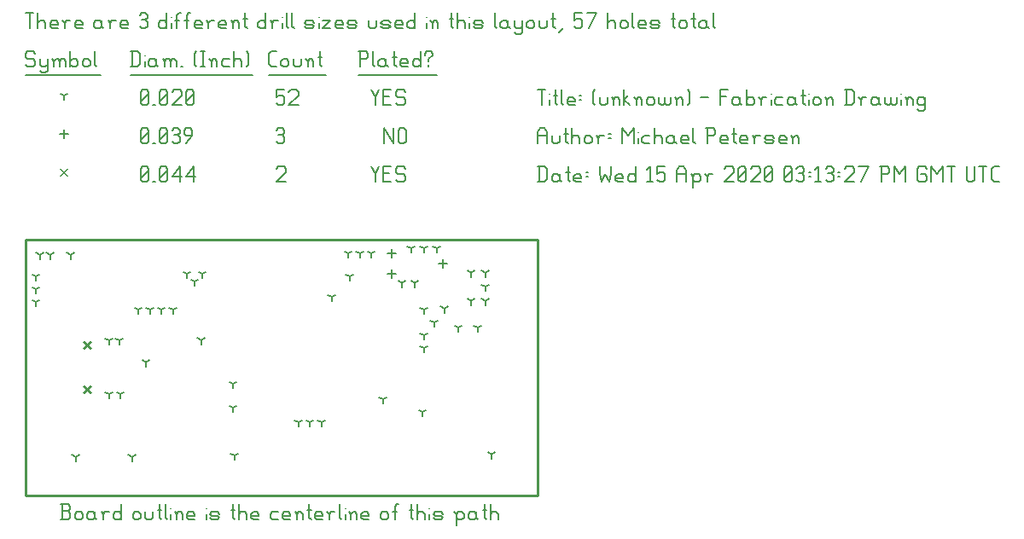
<source format=gbr>
G04 start of page 13 for group -3984 idx -3984 *
G04 Title: (unknown), fab *
G04 Creator: pcb 20140316 *
G04 CreationDate: Wed 15 Apr 2020 03:13:27 PM GMT UTC *
G04 For: railfan *
G04 Format: Gerber/RS-274X *
G04 PCB-Dimensions (mil): 2000.00 1000.00 *
G04 PCB-Coordinate-Origin: lower left *
%MOIN*%
%FSLAX25Y25*%
%LNFAB*%
%ADD83C,0.0100*%
%ADD82C,0.0075*%
%ADD81C,0.0060*%
%ADD80C,0.0001*%
G54D80*G36*
X22922Y60427D02*X25888Y57461D01*
X25322Y56896D01*
X22356Y59861D01*
X22922Y60427D01*
G37*
G36*
X22356Y57461D02*X25322Y60427D01*
X25888Y59861D01*
X22922Y56896D01*
X22356Y57461D01*
G37*
G36*
X22922Y43104D02*X25888Y40139D01*
X25322Y39573D01*
X22356Y42539D01*
X22922Y43104D01*
G37*
G36*
X22356Y40139D02*X25322Y43104D01*
X25888Y42539D01*
X22922Y39573D01*
X22356Y40139D01*
G37*
G36*
X13800Y128016D02*X16766Y125050D01*
X16200Y124484D01*
X13234Y127450D01*
X13800Y128016D01*
G37*
G36*
X13234Y125050D02*X16200Y128016D01*
X16766Y127450D01*
X13800Y124484D01*
X13234Y125050D01*
G37*
G54D81*X135000Y128500D02*X136500Y125500D01*
X138000Y128500D01*
X136500Y125500D02*Y122500D01*
X139800Y125800D02*X142050D01*
X139800Y122500D02*X142800D01*
X139800Y128500D02*Y122500D01*
Y128500D02*X142800D01*
X147600D02*X148350Y127750D01*
X145350Y128500D02*X147600D01*
X144600Y127750D02*X145350Y128500D01*
X144600Y127750D02*Y126250D01*
X145350Y125500D01*
X147600D01*
X148350Y124750D01*
Y123250D01*
X147600Y122500D02*X148350Y123250D01*
X145350Y122500D02*X147600D01*
X144600Y123250D02*X145350Y122500D01*
X98000Y127750D02*X98750Y128500D01*
X101000D01*
X101750Y127750D01*
Y126250D01*
X98000Y122500D02*X101750Y126250D01*
X98000Y122500D02*X101750D01*
X45000Y123250D02*X45750Y122500D01*
X45000Y127750D02*Y123250D01*
Y127750D02*X45750Y128500D01*
X47250D01*
X48000Y127750D01*
Y123250D01*
X47250Y122500D02*X48000Y123250D01*
X45750Y122500D02*X47250D01*
X45000Y124000D02*X48000Y127000D01*
X49800Y122500D02*X50550D01*
X52350Y123250D02*X53100Y122500D01*
X52350Y127750D02*Y123250D01*
Y127750D02*X53100Y128500D01*
X54600D01*
X55350Y127750D01*
Y123250D01*
X54600Y122500D02*X55350Y123250D01*
X53100Y122500D02*X54600D01*
X52350Y124000D02*X55350Y127000D01*
X57150Y124750D02*X60150Y128500D01*
X57150Y124750D02*X60900D01*
X60150Y128500D02*Y122500D01*
X62700Y124750D02*X65700Y128500D01*
X62700Y124750D02*X66450D01*
X65700Y128500D02*Y122500D01*
X163000Y92100D02*Y88900D01*
X161400Y90500D02*X164600D01*
X143000Y88100D02*Y84900D01*
X141400Y86500D02*X144600D01*
X143000Y96100D02*Y92900D01*
X141400Y94500D02*X144600D01*
X15000Y142850D02*Y139650D01*
X13400Y141250D02*X16600D01*
X140000Y143500D02*Y137500D01*
Y143500D02*X143750Y137500D01*
Y143500D02*Y137500D01*
X145550Y142750D02*Y138250D01*
Y142750D02*X146300Y143500D01*
X147800D01*
X148550Y142750D01*
Y138250D01*
X147800Y137500D02*X148550Y138250D01*
X146300Y137500D02*X147800D01*
X145550Y138250D02*X146300Y137500D01*
X98000Y142750D02*X98750Y143500D01*
X100250D01*
X101000Y142750D01*
X100250Y137500D02*X101000Y138250D01*
X98750Y137500D02*X100250D01*
X98000Y138250D02*X98750Y137500D01*
Y140800D02*X100250D01*
X101000Y142750D02*Y141550D01*
Y140050D02*Y138250D01*
Y140050D02*X100250Y140800D01*
X101000Y141550D02*X100250Y140800D01*
X45000Y138250D02*X45750Y137500D01*
X45000Y142750D02*Y138250D01*
Y142750D02*X45750Y143500D01*
X47250D01*
X48000Y142750D01*
Y138250D01*
X47250Y137500D02*X48000Y138250D01*
X45750Y137500D02*X47250D01*
X45000Y139000D02*X48000Y142000D01*
X49800Y137500D02*X50550D01*
X52350Y138250D02*X53100Y137500D01*
X52350Y142750D02*Y138250D01*
Y142750D02*X53100Y143500D01*
X54600D01*
X55350Y142750D01*
Y138250D01*
X54600Y137500D02*X55350Y138250D01*
X53100Y137500D02*X54600D01*
X52350Y139000D02*X55350Y142000D01*
X57150Y142750D02*X57900Y143500D01*
X59400D01*
X60150Y142750D01*
X59400Y137500D02*X60150Y138250D01*
X57900Y137500D02*X59400D01*
X57150Y138250D02*X57900Y137500D01*
Y140800D02*X59400D01*
X60150Y142750D02*Y141550D01*
Y140050D02*Y138250D01*
Y140050D02*X59400Y140800D01*
X60150Y141550D02*X59400Y140800D01*
X62700Y137500D02*X64950Y140500D01*
Y142750D02*Y140500D01*
X64200Y143500D02*X64950Y142750D01*
X62700Y143500D02*X64200D01*
X61950Y142750D02*X62700Y143500D01*
X61950Y142750D02*Y141250D01*
X62700Y140500D01*
X64950D01*
X4000Y85500D02*Y83900D01*
Y85500D02*X5387Y86300D01*
X4000Y85500D02*X2613Y86300D01*
X9500Y94000D02*Y92400D01*
Y94000D02*X10887Y94800D01*
X9500Y94000D02*X8113Y94800D01*
X5500Y94000D02*Y92400D01*
Y94000D02*X6887Y94800D01*
X5500Y94000D02*X4113Y94800D01*
X81000Y43500D02*Y41900D01*
Y43500D02*X82387Y44300D01*
X81000Y43500D02*X79613Y44300D01*
X68500Y60675D02*Y59075D01*
Y60675D02*X69887Y61475D01*
X68500Y60675D02*X67113Y61475D01*
X81000Y34276D02*Y32676D01*
Y34276D02*X82387Y35076D01*
X81000Y34276D02*X79613Y35076D01*
X139500Y37500D02*Y35900D01*
Y37500D02*X140887Y38300D01*
X139500Y37500D02*X138113Y38300D01*
X126500Y85500D02*Y83900D01*
Y85500D02*X127887Y86300D01*
X126500Y85500D02*X125113Y86300D01*
X126000Y94500D02*Y92900D01*
Y94500D02*X127387Y95300D01*
X126000Y94500D02*X124613Y95300D01*
X130500Y94500D02*Y92900D01*
Y94500D02*X131887Y95300D01*
X130500Y94500D02*X129113Y95300D01*
X135000Y94500D02*Y92900D01*
Y94500D02*X136387Y95300D01*
X135000Y94500D02*X133613Y95300D01*
X155500Y96500D02*Y94900D01*
Y96500D02*X156887Y97300D01*
X155500Y96500D02*X154113Y97300D01*
X160500Y96500D02*Y94900D01*
Y96500D02*X161887Y97300D01*
X160500Y96500D02*X159113Y97300D01*
X155500Y62500D02*Y60900D01*
Y62500D02*X156887Y63300D01*
X155500Y62500D02*X154113Y63300D01*
X155500Y72500D02*Y70900D01*
Y72500D02*X156887Y73300D01*
X155500Y72500D02*X154113Y73300D01*
X159500Y67500D02*Y65900D01*
Y67500D02*X160887Y68300D01*
X159500Y67500D02*X158113Y68300D01*
X152000Y83000D02*Y81400D01*
Y83000D02*X153387Y83800D01*
X152000Y83000D02*X150613Y83800D01*
X147000Y83000D02*Y81400D01*
Y83000D02*X148387Y83800D01*
X147000Y83000D02*X145613Y83800D01*
X155000Y32500D02*Y30900D01*
Y32500D02*X156387Y33300D01*
X155000Y32500D02*X153613Y33300D01*
X111000Y28500D02*Y26900D01*
Y28500D02*X112387Y29300D01*
X111000Y28500D02*X109613Y29300D01*
X115500Y28500D02*Y26900D01*
Y28500D02*X116887Y29300D01*
X115500Y28500D02*X114113Y29300D01*
X106500Y28500D02*Y26900D01*
Y28500D02*X107887Y29300D01*
X106500Y28500D02*X105113Y29300D01*
X155500Y57500D02*Y55900D01*
Y57500D02*X156887Y58300D01*
X155500Y57500D02*X154113Y58300D01*
X174000Y87000D02*Y85400D01*
Y87000D02*X175387Y87800D01*
X174000Y87000D02*X172613Y87800D01*
X174000Y76000D02*Y74400D01*
Y76000D02*X175387Y76800D01*
X174000Y76000D02*X172613Y76800D01*
X179500Y76000D02*Y74400D01*
Y76000D02*X180887Y76800D01*
X179500Y76000D02*X178113Y76800D01*
X179500Y81500D02*Y79900D01*
Y81500D02*X180887Y82300D01*
X179500Y81500D02*X178113Y82300D01*
X179500Y87000D02*Y85400D01*
Y87000D02*X180887Y87800D01*
X179500Y87000D02*X178113Y87800D01*
X163500Y73000D02*Y71400D01*
Y73000D02*X164887Y73800D01*
X163500Y73000D02*X162113Y73800D01*
X182000Y16000D02*Y14400D01*
Y16000D02*X183387Y16800D01*
X182000Y16000D02*X180613Y16800D01*
X81500Y15500D02*Y13900D01*
Y15500D02*X82887Y16300D01*
X81500Y15500D02*X80113Y16300D01*
X150500Y96500D02*Y94900D01*
Y96500D02*X151887Y97300D01*
X150500Y96500D02*X149113Y97300D01*
X119500Y77500D02*Y75900D01*
Y77500D02*X120887Y78300D01*
X119500Y77500D02*X118113Y78300D01*
X66000Y83500D02*Y81900D01*
Y83500D02*X67387Y84300D01*
X66000Y83500D02*X64613Y84300D01*
X69000Y86500D02*Y84900D01*
Y86500D02*X70387Y87300D01*
X69000Y86500D02*X67613Y87300D01*
X63000Y86500D02*Y84900D01*
Y86500D02*X64387Y87300D01*
X63000Y86500D02*X61613Y87300D01*
X19500Y15000D02*Y13400D01*
Y15000D02*X20887Y15800D01*
X19500Y15000D02*X18113Y15800D01*
X41500Y15000D02*Y13400D01*
Y15000D02*X42887Y15800D01*
X41500Y15000D02*X40113Y15800D01*
X17500Y94000D02*Y92400D01*
Y94000D02*X18887Y94800D01*
X17500Y94000D02*X16113Y94800D01*
X44000Y72500D02*Y70900D01*
Y72500D02*X45387Y73300D01*
X44000Y72500D02*X42613Y73300D01*
X48500Y72500D02*Y70900D01*
Y72500D02*X49887Y73300D01*
X48500Y72500D02*X47113Y73300D01*
X53000Y72500D02*Y70900D01*
Y72500D02*X54387Y73300D01*
X53000Y72500D02*X51613Y73300D01*
X57500Y72500D02*Y70900D01*
Y72500D02*X58887Y73300D01*
X57500Y72500D02*X56113Y73300D01*
X4000Y75500D02*Y73900D01*
Y75500D02*X5387Y76300D01*
X4000Y75500D02*X2613Y76300D01*
X4000Y80500D02*Y78900D01*
Y80500D02*X5387Y81300D01*
X4000Y80500D02*X2613Y81300D01*
X47000Y52000D02*Y50400D01*
Y52000D02*X48387Y52800D01*
X47000Y52000D02*X45613Y52800D01*
X37000Y39500D02*Y37900D01*
Y39500D02*X38387Y40300D01*
X37000Y39500D02*X35613Y40300D01*
X32500Y39500D02*Y37900D01*
Y39500D02*X33887Y40300D01*
X32500Y39500D02*X31113Y40300D01*
X36500Y60500D02*Y58900D01*
Y60500D02*X37887Y61300D01*
X36500Y60500D02*X35113Y61300D01*
X32500Y60500D02*Y58900D01*
Y60500D02*X33887Y61300D01*
X32500Y60500D02*X31113Y61300D01*
X176500Y65500D02*Y63900D01*
Y65500D02*X177887Y66300D01*
X176500Y65500D02*X175113Y66300D01*
X169000Y65500D02*Y63900D01*
Y65500D02*X170387Y66300D01*
X169000Y65500D02*X167613Y66300D01*
X15000Y156250D02*Y154650D01*
Y156250D02*X16387Y157050D01*
X15000Y156250D02*X13613Y157050D01*
X135000Y158500D02*X136500Y155500D01*
X138000Y158500D01*
X136500Y155500D02*Y152500D01*
X139800Y155800D02*X142050D01*
X139800Y152500D02*X142800D01*
X139800Y158500D02*Y152500D01*
Y158500D02*X142800D01*
X147600D02*X148350Y157750D01*
X145350Y158500D02*X147600D01*
X144600Y157750D02*X145350Y158500D01*
X144600Y157750D02*Y156250D01*
X145350Y155500D01*
X147600D01*
X148350Y154750D01*
Y153250D01*
X147600Y152500D02*X148350Y153250D01*
X145350Y152500D02*X147600D01*
X144600Y153250D02*X145350Y152500D01*
X98000Y158500D02*X101000D01*
X98000D02*Y155500D01*
X98750Y156250D01*
X100250D01*
X101000Y155500D01*
Y153250D01*
X100250Y152500D02*X101000Y153250D01*
X98750Y152500D02*X100250D01*
X98000Y153250D02*X98750Y152500D01*
X102800Y157750D02*X103550Y158500D01*
X105800D01*
X106550Y157750D01*
Y156250D01*
X102800Y152500D02*X106550Y156250D01*
X102800Y152500D02*X106550D01*
X45000Y153250D02*X45750Y152500D01*
X45000Y157750D02*Y153250D01*
Y157750D02*X45750Y158500D01*
X47250D01*
X48000Y157750D01*
Y153250D01*
X47250Y152500D02*X48000Y153250D01*
X45750Y152500D02*X47250D01*
X45000Y154000D02*X48000Y157000D01*
X49800Y152500D02*X50550D01*
X52350Y153250D02*X53100Y152500D01*
X52350Y157750D02*Y153250D01*
Y157750D02*X53100Y158500D01*
X54600D01*
X55350Y157750D01*
Y153250D01*
X54600Y152500D02*X55350Y153250D01*
X53100Y152500D02*X54600D01*
X52350Y154000D02*X55350Y157000D01*
X57150Y157750D02*X57900Y158500D01*
X60150D01*
X60900Y157750D01*
Y156250D01*
X57150Y152500D02*X60900Y156250D01*
X57150Y152500D02*X60900D01*
X62700Y153250D02*X63450Y152500D01*
X62700Y157750D02*Y153250D01*
Y157750D02*X63450Y158500D01*
X64950D01*
X65700Y157750D01*
Y153250D01*
X64950Y152500D02*X65700Y153250D01*
X63450Y152500D02*X64950D01*
X62700Y154000D02*X65700Y157000D01*
X3000Y173500D02*X3750Y172750D01*
X750Y173500D02*X3000D01*
X0Y172750D02*X750Y173500D01*
X0Y172750D02*Y171250D01*
X750Y170500D01*
X3000D01*
X3750Y169750D01*
Y168250D01*
X3000Y167500D02*X3750Y168250D01*
X750Y167500D02*X3000D01*
X0Y168250D02*X750Y167500D01*
X5550Y170500D02*Y168250D01*
X6300Y167500D01*
X8550Y170500D02*Y166000D01*
X7800Y165250D02*X8550Y166000D01*
X6300Y165250D02*X7800D01*
X5550Y166000D02*X6300Y165250D01*
Y167500D02*X7800D01*
X8550Y168250D01*
X11100Y169750D02*Y167500D01*
Y169750D02*X11850Y170500D01*
X12600D01*
X13350Y169750D01*
Y167500D01*
Y169750D02*X14100Y170500D01*
X14850D01*
X15600Y169750D01*
Y167500D01*
X10350Y170500D02*X11100Y169750D01*
X17400Y173500D02*Y167500D01*
Y168250D02*X18150Y167500D01*
X19650D01*
X20400Y168250D01*
Y169750D02*Y168250D01*
X19650Y170500D02*X20400Y169750D01*
X18150Y170500D02*X19650D01*
X17400Y169750D02*X18150Y170500D01*
X22200Y169750D02*Y168250D01*
Y169750D02*X22950Y170500D01*
X24450D01*
X25200Y169750D01*
Y168250D01*
X24450Y167500D02*X25200Y168250D01*
X22950Y167500D02*X24450D01*
X22200Y168250D02*X22950Y167500D01*
X27000Y173500D02*Y168250D01*
X27750Y167500D01*
X0Y164250D02*X29250D01*
X41750Y173500D02*Y167500D01*
X43700Y173500D02*X44750Y172450D01*
Y168550D01*
X43700Y167500D02*X44750Y168550D01*
X41000Y167500D02*X43700D01*
X41000Y173500D02*X43700D01*
G54D82*X46550Y172000D02*Y171850D01*
G54D81*Y169750D02*Y167500D01*
X50300Y170500D02*X51050Y169750D01*
X48800Y170500D02*X50300D01*
X48050Y169750D02*X48800Y170500D01*
X48050Y169750D02*Y168250D01*
X48800Y167500D01*
X51050Y170500D02*Y168250D01*
X51800Y167500D01*
X48800D02*X50300D01*
X51050Y168250D01*
X54350Y169750D02*Y167500D01*
Y169750D02*X55100Y170500D01*
X55850D01*
X56600Y169750D01*
Y167500D01*
Y169750D02*X57350Y170500D01*
X58100D01*
X58850Y169750D01*
Y167500D01*
X53600Y170500D02*X54350Y169750D01*
X60650Y167500D02*X61400D01*
X65900Y168250D02*X66650Y167500D01*
X65900Y172750D02*X66650Y173500D01*
X65900Y172750D02*Y168250D01*
X68450Y173500D02*X69950D01*
X69200D02*Y167500D01*
X68450D02*X69950D01*
X72500Y169750D02*Y167500D01*
Y169750D02*X73250Y170500D01*
X74000D01*
X74750Y169750D01*
Y167500D01*
X71750Y170500D02*X72500Y169750D01*
X77300Y170500D02*X79550D01*
X76550Y169750D02*X77300Y170500D01*
X76550Y169750D02*Y168250D01*
X77300Y167500D01*
X79550D01*
X81350Y173500D02*Y167500D01*
Y169750D02*X82100Y170500D01*
X83600D01*
X84350Y169750D01*
Y167500D01*
X86150Y173500D02*X86900Y172750D01*
Y168250D01*
X86150Y167500D02*X86900Y168250D01*
X41000Y164250D02*X88700D01*
X96050Y167500D02*X98000D01*
X95000Y168550D02*X96050Y167500D01*
X95000Y172450D02*Y168550D01*
Y172450D02*X96050Y173500D01*
X98000D01*
X99800Y169750D02*Y168250D01*
Y169750D02*X100550Y170500D01*
X102050D01*
X102800Y169750D01*
Y168250D01*
X102050Y167500D02*X102800Y168250D01*
X100550Y167500D02*X102050D01*
X99800Y168250D02*X100550Y167500D01*
X104600Y170500D02*Y168250D01*
X105350Y167500D01*
X106850D01*
X107600Y168250D01*
Y170500D02*Y168250D01*
X110150Y169750D02*Y167500D01*
Y169750D02*X110900Y170500D01*
X111650D01*
X112400Y169750D01*
Y167500D01*
X109400Y170500D02*X110150Y169750D01*
X114950Y173500D02*Y168250D01*
X115700Y167500D01*
X114200Y171250D02*X115700D01*
X95000Y164250D02*X117200D01*
X130750Y173500D02*Y167500D01*
X130000Y173500D02*X133000D01*
X133750Y172750D01*
Y171250D01*
X133000Y170500D02*X133750Y171250D01*
X130750Y170500D02*X133000D01*
X135550Y173500D02*Y168250D01*
X136300Y167500D01*
X140050Y170500D02*X140800Y169750D01*
X138550Y170500D02*X140050D01*
X137800Y169750D02*X138550Y170500D01*
X137800Y169750D02*Y168250D01*
X138550Y167500D01*
X140800Y170500D02*Y168250D01*
X141550Y167500D01*
X138550D02*X140050D01*
X140800Y168250D01*
X144100Y173500D02*Y168250D01*
X144850Y167500D01*
X143350Y171250D02*X144850D01*
X147100Y167500D02*X149350D01*
X146350Y168250D02*X147100Y167500D01*
X146350Y169750D02*Y168250D01*
Y169750D02*X147100Y170500D01*
X148600D01*
X149350Y169750D01*
X146350Y169000D02*X149350D01*
Y169750D02*Y169000D01*
X154150Y173500D02*Y167500D01*
X153400D02*X154150Y168250D01*
X151900Y167500D02*X153400D01*
X151150Y168250D02*X151900Y167500D01*
X151150Y169750D02*Y168250D01*
Y169750D02*X151900Y170500D01*
X153400D01*
X154150Y169750D01*
X157450Y170500D02*Y169750D01*
Y168250D02*Y167500D01*
X155950Y172750D02*Y172000D01*
Y172750D02*X156700Y173500D01*
X158200D01*
X158950Y172750D01*
Y172000D01*
X157450Y170500D02*X158950Y172000D01*
X130000Y164250D02*X160750D01*
X0Y188500D02*X3000D01*
X1500D02*Y182500D01*
X4800Y188500D02*Y182500D01*
Y184750D02*X5550Y185500D01*
X7050D01*
X7800Y184750D01*
Y182500D01*
X10350D02*X12600D01*
X9600Y183250D02*X10350Y182500D01*
X9600Y184750D02*Y183250D01*
Y184750D02*X10350Y185500D01*
X11850D01*
X12600Y184750D01*
X9600Y184000D02*X12600D01*
Y184750D02*Y184000D01*
X15150Y184750D02*Y182500D01*
Y184750D02*X15900Y185500D01*
X17400D01*
X14400D02*X15150Y184750D01*
X19950Y182500D02*X22200D01*
X19200Y183250D02*X19950Y182500D01*
X19200Y184750D02*Y183250D01*
Y184750D02*X19950Y185500D01*
X21450D01*
X22200Y184750D01*
X19200Y184000D02*X22200D01*
Y184750D02*Y184000D01*
X28950Y185500D02*X29700Y184750D01*
X27450Y185500D02*X28950D01*
X26700Y184750D02*X27450Y185500D01*
X26700Y184750D02*Y183250D01*
X27450Y182500D01*
X29700Y185500D02*Y183250D01*
X30450Y182500D01*
X27450D02*X28950D01*
X29700Y183250D01*
X33000Y184750D02*Y182500D01*
Y184750D02*X33750Y185500D01*
X35250D01*
X32250D02*X33000Y184750D01*
X37800Y182500D02*X40050D01*
X37050Y183250D02*X37800Y182500D01*
X37050Y184750D02*Y183250D01*
Y184750D02*X37800Y185500D01*
X39300D01*
X40050Y184750D01*
X37050Y184000D02*X40050D01*
Y184750D02*Y184000D01*
X44550Y187750D02*X45300Y188500D01*
X46800D01*
X47550Y187750D01*
X46800Y182500D02*X47550Y183250D01*
X45300Y182500D02*X46800D01*
X44550Y183250D02*X45300Y182500D01*
Y185800D02*X46800D01*
X47550Y187750D02*Y186550D01*
Y185050D02*Y183250D01*
Y185050D02*X46800Y185800D01*
X47550Y186550D02*X46800Y185800D01*
X55050Y188500D02*Y182500D01*
X54300D02*X55050Y183250D01*
X52800Y182500D02*X54300D01*
X52050Y183250D02*X52800Y182500D01*
X52050Y184750D02*Y183250D01*
Y184750D02*X52800Y185500D01*
X54300D01*
X55050Y184750D01*
G54D82*X56850Y187000D02*Y186850D01*
G54D81*Y184750D02*Y182500D01*
X59100Y187750D02*Y182500D01*
Y187750D02*X59850Y188500D01*
X60600D01*
X58350Y185500D02*X59850D01*
X62850Y187750D02*Y182500D01*
Y187750D02*X63600Y188500D01*
X64350D01*
X62100Y185500D02*X63600D01*
X66600Y182500D02*X68850D01*
X65850Y183250D02*X66600Y182500D01*
X65850Y184750D02*Y183250D01*
Y184750D02*X66600Y185500D01*
X68100D01*
X68850Y184750D01*
X65850Y184000D02*X68850D01*
Y184750D02*Y184000D01*
X71400Y184750D02*Y182500D01*
Y184750D02*X72150Y185500D01*
X73650D01*
X70650D02*X71400Y184750D01*
X76200Y182500D02*X78450D01*
X75450Y183250D02*X76200Y182500D01*
X75450Y184750D02*Y183250D01*
Y184750D02*X76200Y185500D01*
X77700D01*
X78450Y184750D01*
X75450Y184000D02*X78450D01*
Y184750D02*Y184000D01*
X81000Y184750D02*Y182500D01*
Y184750D02*X81750Y185500D01*
X82500D01*
X83250Y184750D01*
Y182500D01*
X80250Y185500D02*X81000Y184750D01*
X85800Y188500D02*Y183250D01*
X86550Y182500D01*
X85050Y186250D02*X86550D01*
X93750Y188500D02*Y182500D01*
X93000D02*X93750Y183250D01*
X91500Y182500D02*X93000D01*
X90750Y183250D02*X91500Y182500D01*
X90750Y184750D02*Y183250D01*
Y184750D02*X91500Y185500D01*
X93000D01*
X93750Y184750D01*
X96300D02*Y182500D01*
Y184750D02*X97050Y185500D01*
X98550D01*
X95550D02*X96300Y184750D01*
G54D82*X100350Y187000D02*Y186850D01*
G54D81*Y184750D02*Y182500D01*
X101850Y188500D02*Y183250D01*
X102600Y182500D01*
X104100Y188500D02*Y183250D01*
X104850Y182500D01*
X109800D02*X112050D01*
X112800Y183250D01*
X112050Y184000D02*X112800Y183250D01*
X109800Y184000D02*X112050D01*
X109050Y184750D02*X109800Y184000D01*
X109050Y184750D02*X109800Y185500D01*
X112050D01*
X112800Y184750D01*
X109050Y183250D02*X109800Y182500D01*
G54D82*X114600Y187000D02*Y186850D01*
G54D81*Y184750D02*Y182500D01*
X116100Y185500D02*X119100D01*
X116100Y182500D02*X119100Y185500D01*
X116100Y182500D02*X119100D01*
X121650D02*X123900D01*
X120900Y183250D02*X121650Y182500D01*
X120900Y184750D02*Y183250D01*
Y184750D02*X121650Y185500D01*
X123150D01*
X123900Y184750D01*
X120900Y184000D02*X123900D01*
Y184750D02*Y184000D01*
X126450Y182500D02*X128700D01*
X129450Y183250D01*
X128700Y184000D02*X129450Y183250D01*
X126450Y184000D02*X128700D01*
X125700Y184750D02*X126450Y184000D01*
X125700Y184750D02*X126450Y185500D01*
X128700D01*
X129450Y184750D01*
X125700Y183250D02*X126450Y182500D01*
X133950Y185500D02*Y183250D01*
X134700Y182500D01*
X136200D01*
X136950Y183250D01*
Y185500D02*Y183250D01*
X139500Y182500D02*X141750D01*
X142500Y183250D01*
X141750Y184000D02*X142500Y183250D01*
X139500Y184000D02*X141750D01*
X138750Y184750D02*X139500Y184000D01*
X138750Y184750D02*X139500Y185500D01*
X141750D01*
X142500Y184750D01*
X138750Y183250D02*X139500Y182500D01*
X145050D02*X147300D01*
X144300Y183250D02*X145050Y182500D01*
X144300Y184750D02*Y183250D01*
Y184750D02*X145050Y185500D01*
X146550D01*
X147300Y184750D01*
X144300Y184000D02*X147300D01*
Y184750D02*Y184000D01*
X152100Y188500D02*Y182500D01*
X151350D02*X152100Y183250D01*
X149850Y182500D02*X151350D01*
X149100Y183250D02*X149850Y182500D01*
X149100Y184750D02*Y183250D01*
Y184750D02*X149850Y185500D01*
X151350D01*
X152100Y184750D01*
G54D82*X156600Y187000D02*Y186850D01*
G54D81*Y184750D02*Y182500D01*
X158850Y184750D02*Y182500D01*
Y184750D02*X159600Y185500D01*
X160350D01*
X161100Y184750D01*
Y182500D01*
X158100Y185500D02*X158850Y184750D01*
X166350Y188500D02*Y183250D01*
X167100Y182500D01*
X165600Y186250D02*X167100D01*
X168600Y188500D02*Y182500D01*
Y184750D02*X169350Y185500D01*
X170850D01*
X171600Y184750D01*
Y182500D01*
G54D82*X173400Y187000D02*Y186850D01*
G54D81*Y184750D02*Y182500D01*
X175650D02*X177900D01*
X178650Y183250D01*
X177900Y184000D02*X178650Y183250D01*
X175650Y184000D02*X177900D01*
X174900Y184750D02*X175650Y184000D01*
X174900Y184750D02*X175650Y185500D01*
X177900D01*
X178650Y184750D01*
X174900Y183250D02*X175650Y182500D01*
X183150Y188500D02*Y183250D01*
X183900Y182500D01*
X187650Y185500D02*X188400Y184750D01*
X186150Y185500D02*X187650D01*
X185400Y184750D02*X186150Y185500D01*
X185400Y184750D02*Y183250D01*
X186150Y182500D01*
X188400Y185500D02*Y183250D01*
X189150Y182500D01*
X186150D02*X187650D01*
X188400Y183250D01*
X190950Y185500D02*Y183250D01*
X191700Y182500D01*
X193950Y185500D02*Y181000D01*
X193200Y180250D02*X193950Y181000D01*
X191700Y180250D02*X193200D01*
X190950Y181000D02*X191700Y180250D01*
Y182500D02*X193200D01*
X193950Y183250D01*
X195750Y184750D02*Y183250D01*
Y184750D02*X196500Y185500D01*
X198000D01*
X198750Y184750D01*
Y183250D01*
X198000Y182500D02*X198750Y183250D01*
X196500Y182500D02*X198000D01*
X195750Y183250D02*X196500Y182500D01*
X200550Y185500D02*Y183250D01*
X201300Y182500D01*
X202800D01*
X203550Y183250D01*
Y185500D02*Y183250D01*
X206100Y188500D02*Y183250D01*
X206850Y182500D01*
X205350Y186250D02*X206850D01*
X208350Y181000D02*X209850Y182500D01*
X214350Y188500D02*X217350D01*
X214350D02*Y185500D01*
X215100Y186250D01*
X216600D01*
X217350Y185500D01*
Y183250D01*
X216600Y182500D02*X217350Y183250D01*
X215100Y182500D02*X216600D01*
X214350Y183250D02*X215100Y182500D01*
X219900D02*X222900Y188500D01*
X219150D02*X222900D01*
X227400D02*Y182500D01*
Y184750D02*X228150Y185500D01*
X229650D01*
X230400Y184750D01*
Y182500D01*
X232200Y184750D02*Y183250D01*
Y184750D02*X232950Y185500D01*
X234450D01*
X235200Y184750D01*
Y183250D01*
X234450Y182500D02*X235200Y183250D01*
X232950Y182500D02*X234450D01*
X232200Y183250D02*X232950Y182500D01*
X237000Y188500D02*Y183250D01*
X237750Y182500D01*
X240000D02*X242250D01*
X239250Y183250D02*X240000Y182500D01*
X239250Y184750D02*Y183250D01*
Y184750D02*X240000Y185500D01*
X241500D01*
X242250Y184750D01*
X239250Y184000D02*X242250D01*
Y184750D02*Y184000D01*
X244800Y182500D02*X247050D01*
X247800Y183250D01*
X247050Y184000D02*X247800Y183250D01*
X244800Y184000D02*X247050D01*
X244050Y184750D02*X244800Y184000D01*
X244050Y184750D02*X244800Y185500D01*
X247050D01*
X247800Y184750D01*
X244050Y183250D02*X244800Y182500D01*
X253050Y188500D02*Y183250D01*
X253800Y182500D01*
X252300Y186250D02*X253800D01*
X255300Y184750D02*Y183250D01*
Y184750D02*X256050Y185500D01*
X257550D01*
X258300Y184750D01*
Y183250D01*
X257550Y182500D02*X258300Y183250D01*
X256050Y182500D02*X257550D01*
X255300Y183250D02*X256050Y182500D01*
X260850Y188500D02*Y183250D01*
X261600Y182500D01*
X260100Y186250D02*X261600D01*
X265350Y185500D02*X266100Y184750D01*
X263850Y185500D02*X265350D01*
X263100Y184750D02*X263850Y185500D01*
X263100Y184750D02*Y183250D01*
X263850Y182500D01*
X266100Y185500D02*Y183250D01*
X266850Y182500D01*
X263850D02*X265350D01*
X266100Y183250D01*
X268650Y188500D02*Y183250D01*
X269400Y182500D01*
G54D83*X0Y100000D02*X200000D01*
Y0D02*X0D01*
Y100000D01*
X200000Y0D02*Y100000D01*
G54D81*X13675Y-9500D02*X16675D01*
X17425Y-8750D01*
Y-6950D02*Y-8750D01*
X16675Y-6200D02*X17425Y-6950D01*
X14425Y-6200D02*X16675D01*
X14425Y-3500D02*Y-9500D01*
X13675Y-3500D02*X16675D01*
X17425Y-4250D01*
Y-5450D01*
X16675Y-6200D02*X17425Y-5450D01*
X19225Y-7250D02*Y-8750D01*
Y-7250D02*X19975Y-6500D01*
X21475D01*
X22225Y-7250D01*
Y-8750D01*
X21475Y-9500D02*X22225Y-8750D01*
X19975Y-9500D02*X21475D01*
X19225Y-8750D02*X19975Y-9500D01*
X26275Y-6500D02*X27025Y-7250D01*
X24775Y-6500D02*X26275D01*
X24025Y-7250D02*X24775Y-6500D01*
X24025Y-7250D02*Y-8750D01*
X24775Y-9500D01*
X27025Y-6500D02*Y-8750D01*
X27775Y-9500D01*
X24775D02*X26275D01*
X27025Y-8750D01*
X30325Y-7250D02*Y-9500D01*
Y-7250D02*X31075Y-6500D01*
X32575D01*
X29575D02*X30325Y-7250D01*
X37375Y-3500D02*Y-9500D01*
X36625D02*X37375Y-8750D01*
X35125Y-9500D02*X36625D01*
X34375Y-8750D02*X35125Y-9500D01*
X34375Y-7250D02*Y-8750D01*
Y-7250D02*X35125Y-6500D01*
X36625D01*
X37375Y-7250D01*
X41875D02*Y-8750D01*
Y-7250D02*X42625Y-6500D01*
X44125D01*
X44875Y-7250D01*
Y-8750D01*
X44125Y-9500D02*X44875Y-8750D01*
X42625Y-9500D02*X44125D01*
X41875Y-8750D02*X42625Y-9500D01*
X46675Y-6500D02*Y-8750D01*
X47425Y-9500D01*
X48925D01*
X49675Y-8750D01*
Y-6500D02*Y-8750D01*
X52225Y-3500D02*Y-8750D01*
X52975Y-9500D01*
X51475Y-5750D02*X52975D01*
X54475Y-3500D02*Y-8750D01*
X55225Y-9500D01*
G54D82*X56725Y-5000D02*Y-5150D01*
G54D81*Y-7250D02*Y-9500D01*
X58975Y-7250D02*Y-9500D01*
Y-7250D02*X59725Y-6500D01*
X60475D01*
X61225Y-7250D01*
Y-9500D01*
X58225Y-6500D02*X58975Y-7250D01*
X63775Y-9500D02*X66025D01*
X63025Y-8750D02*X63775Y-9500D01*
X63025Y-7250D02*Y-8750D01*
Y-7250D02*X63775Y-6500D01*
X65275D01*
X66025Y-7250D01*
X63025Y-8000D02*X66025D01*
Y-7250D02*Y-8000D01*
G54D82*X70525Y-5000D02*Y-5150D01*
G54D81*Y-7250D02*Y-9500D01*
X72775D02*X75025D01*
X75775Y-8750D01*
X75025Y-8000D02*X75775Y-8750D01*
X72775Y-8000D02*X75025D01*
X72025Y-7250D02*X72775Y-8000D01*
X72025Y-7250D02*X72775Y-6500D01*
X75025D01*
X75775Y-7250D01*
X72025Y-8750D02*X72775Y-9500D01*
X81025Y-3500D02*Y-8750D01*
X81775Y-9500D01*
X80275Y-5750D02*X81775D01*
X83275Y-3500D02*Y-9500D01*
Y-7250D02*X84025Y-6500D01*
X85525D01*
X86275Y-7250D01*
Y-9500D01*
X88825D02*X91075D01*
X88075Y-8750D02*X88825Y-9500D01*
X88075Y-7250D02*Y-8750D01*
Y-7250D02*X88825Y-6500D01*
X90325D01*
X91075Y-7250D01*
X88075Y-8000D02*X91075D01*
Y-7250D02*Y-8000D01*
X96325Y-6500D02*X98575D01*
X95575Y-7250D02*X96325Y-6500D01*
X95575Y-7250D02*Y-8750D01*
X96325Y-9500D01*
X98575D01*
X101125D02*X103375D01*
X100375Y-8750D02*X101125Y-9500D01*
X100375Y-7250D02*Y-8750D01*
Y-7250D02*X101125Y-6500D01*
X102625D01*
X103375Y-7250D01*
X100375Y-8000D02*X103375D01*
Y-7250D02*Y-8000D01*
X105925Y-7250D02*Y-9500D01*
Y-7250D02*X106675Y-6500D01*
X107425D01*
X108175Y-7250D01*
Y-9500D01*
X105175Y-6500D02*X105925Y-7250D01*
X110725Y-3500D02*Y-8750D01*
X111475Y-9500D01*
X109975Y-5750D02*X111475D01*
X113725Y-9500D02*X115975D01*
X112975Y-8750D02*X113725Y-9500D01*
X112975Y-7250D02*Y-8750D01*
Y-7250D02*X113725Y-6500D01*
X115225D01*
X115975Y-7250D01*
X112975Y-8000D02*X115975D01*
Y-7250D02*Y-8000D01*
X118525Y-7250D02*Y-9500D01*
Y-7250D02*X119275Y-6500D01*
X120775D01*
X117775D02*X118525Y-7250D01*
X122575Y-3500D02*Y-8750D01*
X123325Y-9500D01*
G54D82*X124825Y-5000D02*Y-5150D01*
G54D81*Y-7250D02*Y-9500D01*
X127075Y-7250D02*Y-9500D01*
Y-7250D02*X127825Y-6500D01*
X128575D01*
X129325Y-7250D01*
Y-9500D01*
X126325Y-6500D02*X127075Y-7250D01*
X131875Y-9500D02*X134125D01*
X131125Y-8750D02*X131875Y-9500D01*
X131125Y-7250D02*Y-8750D01*
Y-7250D02*X131875Y-6500D01*
X133375D01*
X134125Y-7250D01*
X131125Y-8000D02*X134125D01*
Y-7250D02*Y-8000D01*
X138625Y-7250D02*Y-8750D01*
Y-7250D02*X139375Y-6500D01*
X140875D01*
X141625Y-7250D01*
Y-8750D01*
X140875Y-9500D02*X141625Y-8750D01*
X139375Y-9500D02*X140875D01*
X138625Y-8750D02*X139375Y-9500D01*
X144175Y-4250D02*Y-9500D01*
Y-4250D02*X144925Y-3500D01*
X145675D01*
X143425Y-6500D02*X144925D01*
X150625Y-3500D02*Y-8750D01*
X151375Y-9500D01*
X149875Y-5750D02*X151375D01*
X152875Y-3500D02*Y-9500D01*
Y-7250D02*X153625Y-6500D01*
X155125D01*
X155875Y-7250D01*
Y-9500D01*
G54D82*X157675Y-5000D02*Y-5150D01*
G54D81*Y-7250D02*Y-9500D01*
X159925D02*X162175D01*
X162925Y-8750D01*
X162175Y-8000D02*X162925Y-8750D01*
X159925Y-8000D02*X162175D01*
X159175Y-7250D02*X159925Y-8000D01*
X159175Y-7250D02*X159925Y-6500D01*
X162175D01*
X162925Y-7250D01*
X159175Y-8750D02*X159925Y-9500D01*
X168175Y-7250D02*Y-11750D01*
X167425Y-6500D02*X168175Y-7250D01*
X168925Y-6500D01*
X170425D01*
X171175Y-7250D01*
Y-8750D01*
X170425Y-9500D02*X171175Y-8750D01*
X168925Y-9500D02*X170425D01*
X168175Y-8750D02*X168925Y-9500D01*
X175225Y-6500D02*X175975Y-7250D01*
X173725Y-6500D02*X175225D01*
X172975Y-7250D02*X173725Y-6500D01*
X172975Y-7250D02*Y-8750D01*
X173725Y-9500D01*
X175975Y-6500D02*Y-8750D01*
X176725Y-9500D01*
X173725D02*X175225D01*
X175975Y-8750D01*
X179275Y-3500D02*Y-8750D01*
X180025Y-9500D01*
X178525Y-5750D02*X180025D01*
X181525Y-3500D02*Y-9500D01*
Y-7250D02*X182275Y-6500D01*
X183775D01*
X184525Y-7250D01*
Y-9500D01*
X200750Y128500D02*Y122500D01*
X202700Y128500D02*X203750Y127450D01*
Y123550D01*
X202700Y122500D02*X203750Y123550D01*
X200000Y122500D02*X202700D01*
X200000Y128500D02*X202700D01*
X207800Y125500D02*X208550Y124750D01*
X206300Y125500D02*X207800D01*
X205550Y124750D02*X206300Y125500D01*
X205550Y124750D02*Y123250D01*
X206300Y122500D01*
X208550Y125500D02*Y123250D01*
X209300Y122500D01*
X206300D02*X207800D01*
X208550Y123250D01*
X211850Y128500D02*Y123250D01*
X212600Y122500D01*
X211100Y126250D02*X212600D01*
X214850Y122500D02*X217100D01*
X214100Y123250D02*X214850Y122500D01*
X214100Y124750D02*Y123250D01*
Y124750D02*X214850Y125500D01*
X216350D01*
X217100Y124750D01*
X214100Y124000D02*X217100D01*
Y124750D02*Y124000D01*
X218900Y126250D02*X219650D01*
X218900Y124750D02*X219650D01*
X224150Y128500D02*Y125500D01*
X224900Y122500D01*
X226400Y125500D01*
X227900Y122500D01*
X228650Y125500D01*
Y128500D02*Y125500D01*
X231200Y122500D02*X233450D01*
X230450Y123250D02*X231200Y122500D01*
X230450Y124750D02*Y123250D01*
Y124750D02*X231200Y125500D01*
X232700D01*
X233450Y124750D01*
X230450Y124000D02*X233450D01*
Y124750D02*Y124000D01*
X238250Y128500D02*Y122500D01*
X237500D02*X238250Y123250D01*
X236000Y122500D02*X237500D01*
X235250Y123250D02*X236000Y122500D01*
X235250Y124750D02*Y123250D01*
Y124750D02*X236000Y125500D01*
X237500D01*
X238250Y124750D01*
X242750Y127300D02*X243950Y128500D01*
Y122500D01*
X242750D02*X245000D01*
X246800Y128500D02*X249800D01*
X246800D02*Y125500D01*
X247550Y126250D01*
X249050D01*
X249800Y125500D01*
Y123250D01*
X249050Y122500D02*X249800Y123250D01*
X247550Y122500D02*X249050D01*
X246800Y123250D02*X247550Y122500D01*
X254300Y127000D02*Y122500D01*
Y127000D02*X255350Y128500D01*
X257000D01*
X258050Y127000D01*
Y122500D01*
X254300Y125500D02*X258050D01*
X260600Y124750D02*Y120250D01*
X259850Y125500D02*X260600Y124750D01*
X261350Y125500D01*
X262850D01*
X263600Y124750D01*
Y123250D01*
X262850Y122500D02*X263600Y123250D01*
X261350Y122500D02*X262850D01*
X260600Y123250D02*X261350Y122500D01*
X266150Y124750D02*Y122500D01*
Y124750D02*X266900Y125500D01*
X268400D01*
X265400D02*X266150Y124750D01*
X272900Y127750D02*X273650Y128500D01*
X275900D01*
X276650Y127750D01*
Y126250D01*
X272900Y122500D02*X276650Y126250D01*
X272900Y122500D02*X276650D01*
X278450Y123250D02*X279200Y122500D01*
X278450Y127750D02*Y123250D01*
Y127750D02*X279200Y128500D01*
X280700D01*
X281450Y127750D01*
Y123250D01*
X280700Y122500D02*X281450Y123250D01*
X279200Y122500D02*X280700D01*
X278450Y124000D02*X281450Y127000D01*
X283250Y127750D02*X284000Y128500D01*
X286250D01*
X287000Y127750D01*
Y126250D01*
X283250Y122500D02*X287000Y126250D01*
X283250Y122500D02*X287000D01*
X288800Y123250D02*X289550Y122500D01*
X288800Y127750D02*Y123250D01*
Y127750D02*X289550Y128500D01*
X291050D01*
X291800Y127750D01*
Y123250D01*
X291050Y122500D02*X291800Y123250D01*
X289550Y122500D02*X291050D01*
X288800Y124000D02*X291800Y127000D01*
X296300Y123250D02*X297050Y122500D01*
X296300Y127750D02*Y123250D01*
Y127750D02*X297050Y128500D01*
X298550D01*
X299300Y127750D01*
Y123250D01*
X298550Y122500D02*X299300Y123250D01*
X297050Y122500D02*X298550D01*
X296300Y124000D02*X299300Y127000D01*
X301100Y127750D02*X301850Y128500D01*
X303350D01*
X304100Y127750D01*
X303350Y122500D02*X304100Y123250D01*
X301850Y122500D02*X303350D01*
X301100Y123250D02*X301850Y122500D01*
Y125800D02*X303350D01*
X304100Y127750D02*Y126550D01*
Y125050D02*Y123250D01*
Y125050D02*X303350Y125800D01*
X304100Y126550D02*X303350Y125800D01*
X305900Y126250D02*X306650D01*
X305900Y124750D02*X306650D01*
X308450Y127300D02*X309650Y128500D01*
Y122500D01*
X308450D02*X310700D01*
X312500Y127750D02*X313250Y128500D01*
X314750D01*
X315500Y127750D01*
X314750Y122500D02*X315500Y123250D01*
X313250Y122500D02*X314750D01*
X312500Y123250D02*X313250Y122500D01*
Y125800D02*X314750D01*
X315500Y127750D02*Y126550D01*
Y125050D02*Y123250D01*
Y125050D02*X314750Y125800D01*
X315500Y126550D02*X314750Y125800D01*
X317300Y126250D02*X318050D01*
X317300Y124750D02*X318050D01*
X319850Y127750D02*X320600Y128500D01*
X322850D01*
X323600Y127750D01*
Y126250D01*
X319850Y122500D02*X323600Y126250D01*
X319850Y122500D02*X323600D01*
X326150D02*X329150Y128500D01*
X325400D02*X329150D01*
X334400D02*Y122500D01*
X333650Y128500D02*X336650D01*
X337400Y127750D01*
Y126250D01*
X336650Y125500D02*X337400Y126250D01*
X334400Y125500D02*X336650D01*
X339200Y128500D02*Y122500D01*
Y128500D02*X341450Y125500D01*
X343700Y128500D01*
Y122500D01*
X351200Y128500D02*X351950Y127750D01*
X348950Y128500D02*X351200D01*
X348200Y127750D02*X348950Y128500D01*
X348200Y127750D02*Y123250D01*
X348950Y122500D01*
X351200D01*
X351950Y123250D01*
Y124750D02*Y123250D01*
X351200Y125500D02*X351950Y124750D01*
X349700Y125500D02*X351200D01*
X353750Y128500D02*Y122500D01*
Y128500D02*X356000Y125500D01*
X358250Y128500D01*
Y122500D01*
X360050Y128500D02*X363050D01*
X361550D02*Y122500D01*
X367550Y128500D02*Y123250D01*
X368300Y122500D01*
X369800D01*
X370550Y123250D01*
Y128500D02*Y123250D01*
X372350Y128500D02*X375350D01*
X373850D02*Y122500D01*
X378200D02*X380150D01*
X377150Y123550D02*X378200Y122500D01*
X377150Y127450D02*Y123550D01*
Y127450D02*X378200Y128500D01*
X380150D01*
X200000Y142000D02*Y137500D01*
Y142000D02*X201050Y143500D01*
X202700D01*
X203750Y142000D01*
Y137500D01*
X200000Y140500D02*X203750D01*
X205550D02*Y138250D01*
X206300Y137500D01*
X207800D01*
X208550Y138250D01*
Y140500D02*Y138250D01*
X211100Y143500D02*Y138250D01*
X211850Y137500D01*
X210350Y141250D02*X211850D01*
X213350Y143500D02*Y137500D01*
Y139750D02*X214100Y140500D01*
X215600D01*
X216350Y139750D01*
Y137500D01*
X218150Y139750D02*Y138250D01*
Y139750D02*X218900Y140500D01*
X220400D01*
X221150Y139750D01*
Y138250D01*
X220400Y137500D02*X221150Y138250D01*
X218900Y137500D02*X220400D01*
X218150Y138250D02*X218900Y137500D01*
X223700Y139750D02*Y137500D01*
Y139750D02*X224450Y140500D01*
X225950D01*
X222950D02*X223700Y139750D01*
X227750Y141250D02*X228500D01*
X227750Y139750D02*X228500D01*
X233000Y143500D02*Y137500D01*
Y143500D02*X235250Y140500D01*
X237500Y143500D01*
Y137500D01*
G54D82*X239300Y142000D02*Y141850D01*
G54D81*Y139750D02*Y137500D01*
X241550Y140500D02*X243800D01*
X240800Y139750D02*X241550Y140500D01*
X240800Y139750D02*Y138250D01*
X241550Y137500D01*
X243800D01*
X245600Y143500D02*Y137500D01*
Y139750D02*X246350Y140500D01*
X247850D01*
X248600Y139750D01*
Y137500D01*
X252650Y140500D02*X253400Y139750D01*
X251150Y140500D02*X252650D01*
X250400Y139750D02*X251150Y140500D01*
X250400Y139750D02*Y138250D01*
X251150Y137500D01*
X253400Y140500D02*Y138250D01*
X254150Y137500D01*
X251150D02*X252650D01*
X253400Y138250D01*
X256700Y137500D02*X258950D01*
X255950Y138250D02*X256700Y137500D01*
X255950Y139750D02*Y138250D01*
Y139750D02*X256700Y140500D01*
X258200D01*
X258950Y139750D01*
X255950Y139000D02*X258950D01*
Y139750D02*Y139000D01*
X260750Y143500D02*Y138250D01*
X261500Y137500D01*
X266450Y143500D02*Y137500D01*
X265700Y143500D02*X268700D01*
X269450Y142750D01*
Y141250D01*
X268700Y140500D02*X269450Y141250D01*
X266450Y140500D02*X268700D01*
X272000Y137500D02*X274250D01*
X271250Y138250D02*X272000Y137500D01*
X271250Y139750D02*Y138250D01*
Y139750D02*X272000Y140500D01*
X273500D01*
X274250Y139750D01*
X271250Y139000D02*X274250D01*
Y139750D02*Y139000D01*
X276800Y143500D02*Y138250D01*
X277550Y137500D01*
X276050Y141250D02*X277550D01*
X279800Y137500D02*X282050D01*
X279050Y138250D02*X279800Y137500D01*
X279050Y139750D02*Y138250D01*
Y139750D02*X279800Y140500D01*
X281300D01*
X282050Y139750D01*
X279050Y139000D02*X282050D01*
Y139750D02*Y139000D01*
X284600Y139750D02*Y137500D01*
Y139750D02*X285350Y140500D01*
X286850D01*
X283850D02*X284600Y139750D01*
X289400Y137500D02*X291650D01*
X292400Y138250D01*
X291650Y139000D02*X292400Y138250D01*
X289400Y139000D02*X291650D01*
X288650Y139750D02*X289400Y139000D01*
X288650Y139750D02*X289400Y140500D01*
X291650D01*
X292400Y139750D01*
X288650Y138250D02*X289400Y137500D01*
X294950D02*X297200D01*
X294200Y138250D02*X294950Y137500D01*
X294200Y139750D02*Y138250D01*
Y139750D02*X294950Y140500D01*
X296450D01*
X297200Y139750D01*
X294200Y139000D02*X297200D01*
Y139750D02*Y139000D01*
X299750Y139750D02*Y137500D01*
Y139750D02*X300500Y140500D01*
X301250D01*
X302000Y139750D01*
Y137500D01*
X299000Y140500D02*X299750Y139750D01*
X200000Y158500D02*X203000D01*
X201500D02*Y152500D01*
G54D82*X204800Y157000D02*Y156850D01*
G54D81*Y154750D02*Y152500D01*
X207050Y158500D02*Y153250D01*
X207800Y152500D01*
X206300Y156250D02*X207800D01*
X209300Y158500D02*Y153250D01*
X210050Y152500D01*
X212300D02*X214550D01*
X211550Y153250D02*X212300Y152500D01*
X211550Y154750D02*Y153250D01*
Y154750D02*X212300Y155500D01*
X213800D01*
X214550Y154750D01*
X211550Y154000D02*X214550D01*
Y154750D02*Y154000D01*
X216350Y156250D02*X217100D01*
X216350Y154750D02*X217100D01*
X221600Y153250D02*X222350Y152500D01*
X221600Y157750D02*X222350Y158500D01*
X221600Y157750D02*Y153250D01*
X224150Y155500D02*Y153250D01*
X224900Y152500D01*
X226400D01*
X227150Y153250D01*
Y155500D02*Y153250D01*
X229700Y154750D02*Y152500D01*
Y154750D02*X230450Y155500D01*
X231200D01*
X231950Y154750D01*
Y152500D01*
X228950Y155500D02*X229700Y154750D01*
X233750Y158500D02*Y152500D01*
Y154750D02*X236000Y152500D01*
X233750Y154750D02*X235250Y156250D01*
X238550Y154750D02*Y152500D01*
Y154750D02*X239300Y155500D01*
X240050D01*
X240800Y154750D01*
Y152500D01*
X237800Y155500D02*X238550Y154750D01*
X242600D02*Y153250D01*
Y154750D02*X243350Y155500D01*
X244850D01*
X245600Y154750D01*
Y153250D01*
X244850Y152500D02*X245600Y153250D01*
X243350Y152500D02*X244850D01*
X242600Y153250D02*X243350Y152500D01*
X247400Y155500D02*Y153250D01*
X248150Y152500D01*
X248900D01*
X249650Y153250D01*
Y155500D02*Y153250D01*
X250400Y152500D01*
X251150D01*
X251900Y153250D01*
Y155500D02*Y153250D01*
X254450Y154750D02*Y152500D01*
Y154750D02*X255200Y155500D01*
X255950D01*
X256700Y154750D01*
Y152500D01*
X253700Y155500D02*X254450Y154750D01*
X258500Y158500D02*X259250Y157750D01*
Y153250D01*
X258500Y152500D02*X259250Y153250D01*
X263750Y155500D02*X266750D01*
X271250Y158500D02*Y152500D01*
Y158500D02*X274250D01*
X271250Y155800D02*X273500D01*
X278300Y155500D02*X279050Y154750D01*
X276800Y155500D02*X278300D01*
X276050Y154750D02*X276800Y155500D01*
X276050Y154750D02*Y153250D01*
X276800Y152500D01*
X279050Y155500D02*Y153250D01*
X279800Y152500D01*
X276800D02*X278300D01*
X279050Y153250D01*
X281600Y158500D02*Y152500D01*
Y153250D02*X282350Y152500D01*
X283850D01*
X284600Y153250D01*
Y154750D02*Y153250D01*
X283850Y155500D02*X284600Y154750D01*
X282350Y155500D02*X283850D01*
X281600Y154750D02*X282350Y155500D01*
X287150Y154750D02*Y152500D01*
Y154750D02*X287900Y155500D01*
X289400D01*
X286400D02*X287150Y154750D01*
G54D82*X291200Y157000D02*Y156850D01*
G54D81*Y154750D02*Y152500D01*
X293450Y155500D02*X295700D01*
X292700Y154750D02*X293450Y155500D01*
X292700Y154750D02*Y153250D01*
X293450Y152500D01*
X295700D01*
X299750Y155500D02*X300500Y154750D01*
X298250Y155500D02*X299750D01*
X297500Y154750D02*X298250Y155500D01*
X297500Y154750D02*Y153250D01*
X298250Y152500D01*
X300500Y155500D02*Y153250D01*
X301250Y152500D01*
X298250D02*X299750D01*
X300500Y153250D01*
X303800Y158500D02*Y153250D01*
X304550Y152500D01*
X303050Y156250D02*X304550D01*
G54D82*X306050Y157000D02*Y156850D01*
G54D81*Y154750D02*Y152500D01*
X307550Y154750D02*Y153250D01*
Y154750D02*X308300Y155500D01*
X309800D01*
X310550Y154750D01*
Y153250D01*
X309800Y152500D02*X310550Y153250D01*
X308300Y152500D02*X309800D01*
X307550Y153250D02*X308300Y152500D01*
X313100Y154750D02*Y152500D01*
Y154750D02*X313850Y155500D01*
X314600D01*
X315350Y154750D01*
Y152500D01*
X312350Y155500D02*X313100Y154750D01*
X320600Y158500D02*Y152500D01*
X322550Y158500D02*X323600Y157450D01*
Y153550D01*
X322550Y152500D02*X323600Y153550D01*
X319850Y152500D02*X322550D01*
X319850Y158500D02*X322550D01*
X326150Y154750D02*Y152500D01*
Y154750D02*X326900Y155500D01*
X328400D01*
X325400D02*X326150Y154750D01*
X332450Y155500D02*X333200Y154750D01*
X330950Y155500D02*X332450D01*
X330200Y154750D02*X330950Y155500D01*
X330200Y154750D02*Y153250D01*
X330950Y152500D01*
X333200Y155500D02*Y153250D01*
X333950Y152500D01*
X330950D02*X332450D01*
X333200Y153250D01*
X335750Y155500D02*Y153250D01*
X336500Y152500D01*
X337250D01*
X338000Y153250D01*
Y155500D02*Y153250D01*
X338750Y152500D01*
X339500D01*
X340250Y153250D01*
Y155500D02*Y153250D01*
G54D82*X342050Y157000D02*Y156850D01*
G54D81*Y154750D02*Y152500D01*
X344300Y154750D02*Y152500D01*
Y154750D02*X345050Y155500D01*
X345800D01*
X346550Y154750D01*
Y152500D01*
X343550Y155500D02*X344300Y154750D01*
X350600Y155500D02*X351350Y154750D01*
X349100Y155500D02*X350600D01*
X348350Y154750D02*X349100Y155500D01*
X348350Y154750D02*Y153250D01*
X349100Y152500D01*
X350600D01*
X351350Y153250D01*
X348350Y151000D02*X349100Y150250D01*
X350600D01*
X351350Y151000D01*
Y155500D02*Y151000D01*
M02*

</source>
